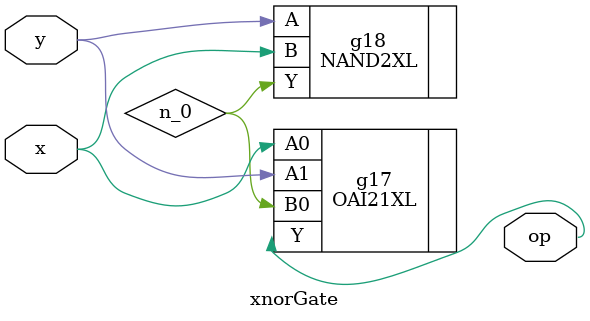
<source format=v>


// Verification Directory fv/xnorGate 

module xnorGate(x, y, op);
  input x, y;
  output op;
  wire x, y;
  wire op;
  wire n_0;
  OAI21XL g17(.A0 (x), .A1 (y), .B0 (n_0), .Y (op));
  NAND2XL g18(.A (y), .B (x), .Y (n_0));
endmodule


</source>
